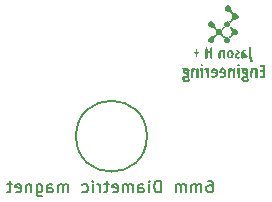
<source format=gbr>
%TF.GenerationSoftware,KiCad,Pcbnew,(6.0.7)*%
%TF.CreationDate,2025-07-27T15:57:52+08:00*%
%TF.ProjectId,Rotary_Encoder_AS5048A_V8,526f7461-7279-45f4-956e-636f6465725f,rev?*%
%TF.SameCoordinates,PXbebc200PY5f5e100*%
%TF.FileFunction,Legend,Bot*%
%TF.FilePolarity,Positive*%
%FSLAX46Y46*%
G04 Gerber Fmt 4.6, Leading zero omitted, Abs format (unit mm)*
G04 Created by KiCad (PCBNEW (6.0.7)) date 2025-07-27 15:57:52*
%MOMM*%
%LPD*%
G01*
G04 APERTURE LIST*
%ADD10C,0.150000*%
G04 APERTURE END LIST*
D10*
X3000000Y0D02*
G75*
G03*
X3000000Y0I-3000000J0D01*
G01*
X8140476Y-3752380D02*
X8330952Y-3752380D01*
X8426190Y-3800000D01*
X8473809Y-3847619D01*
X8569047Y-3990476D01*
X8616666Y-4180952D01*
X8616666Y-4561904D01*
X8569047Y-4657142D01*
X8521428Y-4704761D01*
X8426190Y-4752380D01*
X8235714Y-4752380D01*
X8140476Y-4704761D01*
X8092857Y-4657142D01*
X8045238Y-4561904D01*
X8045238Y-4323809D01*
X8092857Y-4228571D01*
X8140476Y-4180952D01*
X8235714Y-4133333D01*
X8426190Y-4133333D01*
X8521428Y-4180952D01*
X8569047Y-4228571D01*
X8616666Y-4323809D01*
X7616666Y-4752380D02*
X7616666Y-4085714D01*
X7616666Y-4180952D02*
X7569047Y-4133333D01*
X7473809Y-4085714D01*
X7330952Y-4085714D01*
X7235714Y-4133333D01*
X7188095Y-4228571D01*
X7188095Y-4752380D01*
X7188095Y-4228571D02*
X7140476Y-4133333D01*
X7045238Y-4085714D01*
X6902380Y-4085714D01*
X6807142Y-4133333D01*
X6759523Y-4228571D01*
X6759523Y-4752380D01*
X6283333Y-4752380D02*
X6283333Y-4085714D01*
X6283333Y-4180952D02*
X6235714Y-4133333D01*
X6140476Y-4085714D01*
X5997619Y-4085714D01*
X5902380Y-4133333D01*
X5854761Y-4228571D01*
X5854761Y-4752380D01*
X5854761Y-4228571D02*
X5807142Y-4133333D01*
X5711904Y-4085714D01*
X5569047Y-4085714D01*
X5473809Y-4133333D01*
X5426190Y-4228571D01*
X5426190Y-4752380D01*
X4188095Y-4752380D02*
X4188095Y-3752380D01*
X3950000Y-3752380D01*
X3807142Y-3800000D01*
X3711904Y-3895238D01*
X3664285Y-3990476D01*
X3616666Y-4180952D01*
X3616666Y-4323809D01*
X3664285Y-4514285D01*
X3711904Y-4609523D01*
X3807142Y-4704761D01*
X3950000Y-4752380D01*
X4188095Y-4752380D01*
X3188095Y-4752380D02*
X3188095Y-4085714D01*
X3188095Y-3752380D02*
X3235714Y-3800000D01*
X3188095Y-3847619D01*
X3140476Y-3800000D01*
X3188095Y-3752380D01*
X3188095Y-3847619D01*
X2283333Y-4752380D02*
X2283333Y-4228571D01*
X2330952Y-4133333D01*
X2426190Y-4085714D01*
X2616666Y-4085714D01*
X2711904Y-4133333D01*
X2283333Y-4704761D02*
X2378571Y-4752380D01*
X2616666Y-4752380D01*
X2711904Y-4704761D01*
X2759523Y-4609523D01*
X2759523Y-4514285D01*
X2711904Y-4419047D01*
X2616666Y-4371428D01*
X2378571Y-4371428D01*
X2283333Y-4323809D01*
X1807142Y-4752380D02*
X1807142Y-4085714D01*
X1807142Y-4180952D02*
X1759523Y-4133333D01*
X1664285Y-4085714D01*
X1521428Y-4085714D01*
X1426190Y-4133333D01*
X1378571Y-4228571D01*
X1378571Y-4752380D01*
X1378571Y-4228571D02*
X1330952Y-4133333D01*
X1235714Y-4085714D01*
X1092857Y-4085714D01*
X997619Y-4133333D01*
X950000Y-4228571D01*
X950000Y-4752380D01*
X92857Y-4704761D02*
X188095Y-4752380D01*
X378571Y-4752380D01*
X473809Y-4704761D01*
X521428Y-4609523D01*
X521428Y-4228571D01*
X473809Y-4133333D01*
X378571Y-4085714D01*
X188095Y-4085714D01*
X92857Y-4133333D01*
X45238Y-4228571D01*
X45238Y-4323809D01*
X521428Y-4419047D01*
X-240477Y-4085714D02*
X-621429Y-4085714D01*
X-383334Y-3752380D02*
X-383334Y-4609523D01*
X-430953Y-4704761D01*
X-526191Y-4752380D01*
X-621429Y-4752380D01*
X-954762Y-4752380D02*
X-954762Y-4085714D01*
X-954762Y-4276190D02*
X-1002381Y-4180952D01*
X-1050000Y-4133333D01*
X-1145239Y-4085714D01*
X-1240477Y-4085714D01*
X-1573810Y-4752380D02*
X-1573810Y-4085714D01*
X-1573810Y-3752380D02*
X-1526191Y-3800000D01*
X-1573810Y-3847619D01*
X-1621429Y-3800000D01*
X-1573810Y-3752380D01*
X-1573810Y-3847619D01*
X-2478572Y-4704761D02*
X-2383334Y-4752380D01*
X-2192858Y-4752380D01*
X-2097620Y-4704761D01*
X-2050000Y-4657142D01*
X-2002381Y-4561904D01*
X-2002381Y-4276190D01*
X-2050000Y-4180952D01*
X-2097620Y-4133333D01*
X-2192858Y-4085714D01*
X-2383334Y-4085714D01*
X-2478572Y-4133333D01*
X-3669048Y-4752380D02*
X-3669048Y-4085714D01*
X-3669048Y-4180952D02*
X-3716667Y-4133333D01*
X-3811905Y-4085714D01*
X-3954762Y-4085714D01*
X-4050000Y-4133333D01*
X-4097620Y-4228571D01*
X-4097620Y-4752380D01*
X-4097620Y-4228571D02*
X-4145239Y-4133333D01*
X-4240477Y-4085714D01*
X-4383334Y-4085714D01*
X-4478572Y-4133333D01*
X-4526191Y-4228571D01*
X-4526191Y-4752380D01*
X-5430953Y-4752380D02*
X-5430953Y-4228571D01*
X-5383334Y-4133333D01*
X-5288096Y-4085714D01*
X-5097620Y-4085714D01*
X-5002381Y-4133333D01*
X-5430953Y-4704761D02*
X-5335715Y-4752380D01*
X-5097620Y-4752380D01*
X-5002381Y-4704761D01*
X-4954762Y-4609523D01*
X-4954762Y-4514285D01*
X-5002381Y-4419047D01*
X-5097620Y-4371428D01*
X-5335715Y-4371428D01*
X-5430953Y-4323809D01*
X-6335715Y-4085714D02*
X-6335715Y-4895238D01*
X-6288096Y-4990476D01*
X-6240477Y-5038095D01*
X-6145239Y-5085714D01*
X-6002381Y-5085714D01*
X-5907143Y-5038095D01*
X-6335715Y-4704761D02*
X-6240477Y-4752380D01*
X-6050000Y-4752380D01*
X-5954762Y-4704761D01*
X-5907143Y-4657142D01*
X-5859524Y-4561904D01*
X-5859524Y-4276190D01*
X-5907143Y-4180952D01*
X-5954762Y-4133333D01*
X-6050000Y-4085714D01*
X-6240477Y-4085714D01*
X-6335715Y-4133333D01*
X-6811905Y-4085714D02*
X-6811905Y-4752380D01*
X-6811905Y-4180952D02*
X-6859524Y-4133333D01*
X-6954762Y-4085714D01*
X-7097620Y-4085714D01*
X-7192858Y-4133333D01*
X-7240477Y-4228571D01*
X-7240477Y-4752380D01*
X-8097620Y-4704761D02*
X-8002381Y-4752380D01*
X-7811905Y-4752380D01*
X-7716667Y-4704761D01*
X-7669048Y-4609523D01*
X-7669048Y-4228571D01*
X-7716667Y-4133333D01*
X-7811905Y-4085714D01*
X-8002381Y-4085714D01*
X-8097620Y-4133333D01*
X-8145239Y-4228571D01*
X-8145239Y-4323809D01*
X-7669048Y-4419047D01*
X-8430953Y-4085714D02*
X-8811905Y-4085714D01*
X-8573810Y-3752380D02*
X-8573810Y-4609523D01*
X-8621429Y-4704761D01*
X-8716667Y-4752380D01*
X-8811905Y-4752380D01*
%TO.C,G\u002A\u002A\u002A*%
G36*
X9884708Y9720517D02*
G01*
X9980000Y9660000D01*
X10032180Y9583467D01*
X10060000Y9480000D01*
X10040517Y9395293D01*
X9980000Y9300000D01*
X9903467Y9247821D01*
X9800000Y9220000D01*
X9715293Y9239484D01*
X9620000Y9300000D01*
X9567821Y9376534D01*
X9540000Y9480000D01*
X9559484Y9564708D01*
X9620000Y9660000D01*
X9696534Y9712180D01*
X9800000Y9740000D01*
X9884708Y9720517D01*
G37*
G36*
X12107456Y5754741D02*
G01*
X12113742Y5749231D01*
X12178083Y5708210D01*
X12209178Y5730000D01*
X12231252Y5757303D01*
X12303334Y5780000D01*
X12337519Y5774159D01*
X12360351Y5746432D01*
X12373155Y5682290D01*
X12378761Y5567209D01*
X12380000Y5386667D01*
X12379002Y5279193D01*
X12373643Y5126114D01*
X12364692Y5015721D01*
X12353334Y4966667D01*
X12329391Y4953060D01*
X12253334Y4940000D01*
X12249802Y4940038D01*
X12213069Y4950840D01*
X12191944Y4992184D01*
X12182298Y5080534D01*
X12180000Y5232355D01*
X12179281Y5291335D01*
X12163337Y5479284D01*
X12127743Y5599805D01*
X12074180Y5649155D01*
X12004329Y5623593D01*
X11987388Y5605832D01*
X11959175Y5540401D01*
X11944322Y5428008D01*
X11940000Y5252321D01*
X11939506Y5132503D01*
X11934887Y5022068D01*
X11921509Y4964812D01*
X11894753Y4945081D01*
X11850000Y4947218D01*
X11802751Y4960839D01*
X11773030Y4998536D01*
X11756895Y5078662D01*
X11747274Y5220000D01*
X11746386Y5407956D01*
X11773785Y5608066D01*
X11833072Y5741468D01*
X11923102Y5804353D01*
X11998398Y5809397D01*
X12107456Y5754741D01*
G37*
G36*
X10117097Y9262312D02*
G01*
X10136572Y9232589D01*
X10251913Y9134386D01*
X10411819Y9101273D01*
X10493306Y9087668D01*
X10613940Y9024249D01*
X10704381Y8927991D01*
X10740000Y8820000D01*
X10725226Y8749827D01*
X10651103Y8646256D01*
X10535451Y8569814D01*
X10401819Y8540000D01*
X10339504Y8533212D01*
X10223981Y8489154D01*
X10135379Y8418940D01*
X10100000Y8340000D01*
X10087632Y8306117D01*
X10038290Y8312269D01*
X9964346Y8375199D01*
X9928996Y8417044D01*
X9925874Y8451644D01*
X9991289Y8474240D01*
X10031151Y8490095D01*
X10112233Y8572625D01*
X10160954Y8697055D01*
X10176502Y8840762D01*
X10158064Y8981118D01*
X10104826Y9095498D01*
X10015976Y9161278D01*
X9980719Y9174111D01*
X9966747Y9200248D01*
X10012047Y9254358D01*
X10040333Y9282172D01*
X10082444Y9301892D01*
X10117097Y9262312D01*
G37*
G36*
X10811058Y6109606D02*
G01*
X10853139Y6052974D01*
X10853320Y5978496D01*
X10810000Y5928130D01*
X10773688Y5926654D01*
X10703437Y5962789D01*
X10668291Y6014695D01*
X10696361Y6075615D01*
X10733013Y6104757D01*
X10802925Y6113343D01*
X10811058Y6109606D01*
G37*
G36*
X9236387Y9070566D02*
G01*
X9327037Y8968531D01*
X9383792Y8800880D01*
X9399544Y8728492D01*
X9460012Y8576535D01*
X9554740Y8483723D01*
X9695492Y8436293D01*
X9732966Y8429128D01*
X9896289Y8374317D01*
X9990038Y8290254D01*
X10020000Y8172228D01*
X10001795Y8065597D01*
X9953801Y7973150D01*
X9886743Y7926519D01*
X9780000Y7900000D01*
X9690237Y7917356D01*
X9593434Y7990479D01*
X9540302Y8100387D01*
X9539878Y8224772D01*
X9601200Y8341326D01*
X9639301Y8396717D01*
X9624945Y8420000D01*
X9600223Y8413076D01*
X9554466Y8360000D01*
X9524374Y8314040D01*
X9480920Y8305620D01*
X9460000Y8357732D01*
X9437895Y8411309D01*
X9371630Y8477362D01*
X9353551Y8490535D01*
X9310153Y8541217D01*
X9331630Y8587630D01*
X9354954Y8614946D01*
X9380000Y8668000D01*
X9356546Y8667128D01*
X9300000Y8620000D01*
X9223467Y8567821D01*
X9120000Y8540000D01*
X9067648Y8546225D01*
X8961508Y8604240D01*
X8888820Y8704923D01*
X8857328Y8825748D01*
X8874774Y8944193D01*
X8948901Y9037732D01*
X8984916Y9060627D01*
X9119721Y9102695D01*
X9236387Y9070566D01*
G37*
G36*
X7242112Y7355269D02*
G01*
X7260000Y7260000D01*
X7260826Y7229024D01*
X7281443Y7158858D01*
X7340000Y7140000D01*
X7386653Y7128864D01*
X7420000Y7080000D01*
X7405152Y7045011D01*
X7340000Y7020000D01*
X7303885Y7015424D01*
X7268949Y6976491D01*
X7260000Y6880000D01*
X7259892Y6867250D01*
X7244378Y6770359D01*
X7200000Y6740000D01*
X7194536Y6740254D01*
X7153011Y6776454D01*
X7140000Y6880000D01*
X7137385Y6943203D01*
X7115138Y7004340D01*
X7060000Y7020000D01*
X7013348Y7031137D01*
X6980000Y7080000D01*
X6994849Y7114990D01*
X7060000Y7140000D01*
X7080652Y7141238D01*
X7127429Y7172164D01*
X7140000Y7260000D01*
X7152366Y7344223D01*
X7200000Y7380000D01*
X7242112Y7355269D01*
G37*
G36*
X9000000Y5380000D02*
G01*
X8998083Y5270041D01*
X8984753Y5168507D01*
X8950950Y5099755D01*
X8887770Y5036537D01*
X8807684Y4983281D01*
X8686881Y4944264D01*
X8574751Y4945461D01*
X8492167Y4985568D01*
X8460000Y5063280D01*
X8462938Y5094019D01*
X8494875Y5122463D01*
X8579901Y5114020D01*
X8697443Y5114341D01*
X8786579Y5167366D01*
X8820000Y5264898D01*
X8819522Y5277316D01*
X8800770Y5316941D01*
X8740655Y5335436D01*
X8620000Y5340000D01*
X8420000Y5340000D01*
X8420000Y5481819D01*
X8428850Y5541256D01*
X8620000Y5541256D01*
X8641807Y5478538D01*
X8720000Y5460000D01*
X8784099Y5471452D01*
X8817862Y5524312D01*
X8783425Y5615829D01*
X8768656Y5633660D01*
X8706180Y5651659D01*
X8646573Y5616269D01*
X8620000Y5541256D01*
X8428850Y5541256D01*
X8432882Y5568333D01*
X8494086Y5692247D01*
X8588264Y5784087D01*
X8695952Y5820000D01*
X8704781Y5819484D01*
X8791771Y5788233D01*
X8887770Y5723464D01*
X8936998Y5676900D01*
X8977935Y5612361D01*
X8995600Y5524312D01*
X8995968Y5522476D01*
X9000000Y5380000D01*
G37*
G36*
X10739400Y7318097D02*
G01*
X10828765Y7253115D01*
X10861870Y7154824D01*
X10832895Y7039342D01*
X10736016Y6922786D01*
X10657580Y6836396D01*
X10633598Y6760216D01*
X10668445Y6713340D01*
X10760498Y6709886D01*
X10775208Y6712468D01*
X10842108Y6707540D01*
X10860000Y6654454D01*
X10853903Y6618888D01*
X10810437Y6588091D01*
X10708000Y6580000D01*
X10680016Y6580471D01*
X10550510Y6605499D01*
X10480809Y6675601D01*
X10460000Y6800478D01*
X10460368Y6817202D01*
X10490792Y6923649D01*
X10582355Y7015416D01*
X10631605Y7056378D01*
X10683048Y7130345D01*
X10664588Y7181272D01*
X10576492Y7200757D01*
X10513898Y7212677D01*
X10480029Y7254231D01*
X10505459Y7302411D01*
X10588022Y7332467D01*
X10599599Y7333651D01*
X10739400Y7318097D01*
G37*
G36*
X7107456Y5754741D02*
G01*
X7113742Y5749231D01*
X7178083Y5708210D01*
X7209178Y5730000D01*
X7231252Y5757303D01*
X7303334Y5780000D01*
X7309597Y5779901D01*
X7341796Y5771426D01*
X7362365Y5739278D01*
X7373876Y5669376D01*
X7378898Y5547643D01*
X7380000Y5360000D01*
X7380000Y4940000D01*
X7280000Y4940000D01*
X7247920Y4940848D01*
X7209449Y4953463D01*
X7189197Y4994875D01*
X7181327Y5082150D01*
X7180000Y5232355D01*
X7179281Y5291335D01*
X7163337Y5479284D01*
X7127743Y5599805D01*
X7074180Y5649155D01*
X7004329Y5623593D01*
X6987388Y5605832D01*
X6959175Y5540401D01*
X6944322Y5428008D01*
X6940000Y5252321D01*
X6939506Y5132503D01*
X6934887Y5022068D01*
X6921509Y4964812D01*
X6894753Y4945081D01*
X6850000Y4947218D01*
X6802751Y4960839D01*
X6773030Y4998536D01*
X6756895Y5078662D01*
X6747274Y5220000D01*
X6746386Y5407956D01*
X6773785Y5608066D01*
X6833072Y5741468D01*
X6923102Y5804353D01*
X6998398Y5809397D01*
X7107456Y5754741D01*
G37*
G36*
X8487129Y7577458D02*
G01*
X8511708Y7559984D01*
X8527205Y7514497D01*
X8535700Y7428002D01*
X8539272Y7287501D01*
X8540000Y7080000D01*
X8539594Y6910445D01*
X8536798Y6756830D01*
X8529520Y6659973D01*
X8515681Y6606880D01*
X8493201Y6584554D01*
X8460000Y6580000D01*
X8431934Y6582347D01*
X8398486Y6606631D01*
X8383473Y6672863D01*
X8380000Y6800000D01*
X8380000Y6803365D01*
X8377862Y6927679D01*
X8364309Y6992096D01*
X8328603Y7016306D01*
X8260000Y7020000D01*
X8258165Y7020000D01*
X8190357Y7016080D01*
X8155221Y6991234D01*
X8142016Y6925771D01*
X8140000Y6800000D01*
X8138325Y6688735D01*
X8126913Y6615266D01*
X8096733Y6585552D01*
X8038769Y6580000D01*
X7937538Y6580000D01*
X7948769Y7070000D01*
X7952440Y7216226D01*
X7958726Y7374919D01*
X7968185Y7475542D01*
X7983258Y7531197D01*
X8006384Y7554983D01*
X8040000Y7560000D01*
X8046682Y7559889D01*
X8093943Y7543896D01*
X8119278Y7487129D01*
X8132192Y7370000D01*
X8137977Y7293970D01*
X8154126Y7216593D01*
X8190720Y7185634D01*
X8262192Y7180000D01*
X8319422Y7182228D01*
X8361177Y7202543D01*
X8377320Y7261591D01*
X8380000Y7380000D01*
X8380343Y7426260D01*
X8388085Y7524776D01*
X8412016Y7569471D01*
X8460000Y7580000D01*
X8487129Y7577458D01*
G37*
G36*
X11750000Y7572783D02*
G01*
X11760350Y7571208D01*
X11793294Y7560851D01*
X11816059Y7534212D01*
X11830936Y7478549D01*
X11840213Y7381120D01*
X11846181Y7229184D01*
X11851129Y7010000D01*
X11851256Y7003730D01*
X11856390Y6786043D01*
X11862762Y6635677D01*
X11872398Y6540261D01*
X11887322Y6487424D01*
X11909557Y6464795D01*
X11941129Y6460000D01*
X11991568Y6447006D01*
X12020000Y6380000D01*
X12002974Y6323051D01*
X11930000Y6300613D01*
X11916697Y6300864D01*
X11823971Y6316713D01*
X11755796Y6363977D01*
X11708741Y6452305D01*
X11679376Y6591344D01*
X11664273Y6790744D01*
X11660000Y7060153D01*
X11660008Y7117422D01*
X11660758Y7313443D01*
X11664298Y7444839D01*
X11672810Y7524041D01*
X11688476Y7563479D01*
X11713479Y7575582D01*
X11750000Y7572783D01*
G37*
G36*
X11580000Y4660000D02*
G01*
X11512580Y4612996D01*
X11375880Y4580783D01*
X11228563Y4597944D01*
X11098198Y4659585D01*
X11012354Y4760809D01*
X10990687Y4827896D01*
X10992673Y4850000D01*
X11187218Y4850000D01*
X11191514Y4828255D01*
X11232838Y4771377D01*
X11330000Y4747466D01*
X11406417Y4744380D01*
X11450641Y4767878D01*
X11460000Y4837466D01*
X11452706Y4900695D01*
X11412978Y4932990D01*
X11317218Y4940000D01*
X11231239Y4935373D01*
X11188893Y4910201D01*
X11187218Y4850000D01*
X10992673Y4850000D01*
X11003600Y4971612D01*
X11038949Y5039749D01*
X11103092Y5078994D01*
X11220754Y5100000D01*
X11259444Y5105674D01*
X11359342Y5138654D01*
X11403801Y5182841D01*
X11386220Y5225438D01*
X11300000Y5253648D01*
X11190408Y5288249D01*
X11094042Y5382713D01*
X11060000Y5523839D01*
X11059949Y5530585D01*
X11058114Y5544804D01*
X11249337Y5544804D01*
X11250635Y5451492D01*
X11264382Y5419598D01*
X11324186Y5380474D01*
X11393334Y5406667D01*
X11396865Y5410533D01*
X11419915Y5487276D01*
X11405883Y5584740D01*
X11360401Y5659669D01*
X11342718Y5673143D01*
X11300311Y5678818D01*
X11266370Y5616058D01*
X11249337Y5544804D01*
X11058114Y5544804D01*
X11047565Y5626553D01*
X11020000Y5680000D01*
X10999786Y5694307D01*
X10984259Y5735471D01*
X11046868Y5768375D01*
X11188383Y5793537D01*
X11318394Y5798162D01*
X11471173Y5761845D01*
X11565853Y5678502D01*
X11597015Y5553970D01*
X11581258Y5487276D01*
X11559241Y5394085D01*
X11535615Y5313461D01*
X11547259Y5209470D01*
X11560691Y5169614D01*
X11547084Y5074078D01*
X11535156Y5014686D01*
X11585393Y4934608D01*
X11641950Y4859515D01*
X11643779Y4837466D01*
X11649989Y4762577D01*
X11580000Y4660000D01*
G37*
G36*
X8889815Y8622107D02*
G01*
X8895122Y8612955D01*
X8898493Y8550153D01*
X8837259Y8474346D01*
X8827400Y8464451D01*
X8760030Y8360006D01*
X8717686Y8234346D01*
X8714488Y8218319D01*
X8670389Y8090734D01*
X8608086Y7990000D01*
X8517665Y7925033D01*
X8400194Y7909051D01*
X8291312Y7951611D01*
X8211190Y8043899D01*
X8180000Y8177097D01*
X8188492Y8235319D01*
X8254852Y8347530D01*
X8368834Y8428730D01*
X8508472Y8460000D01*
X8607667Y8481324D01*
X8738261Y8572107D01*
X8811570Y8638898D01*
X8856460Y8654488D01*
X8889815Y8622107D01*
G37*
G36*
X9892509Y11071597D02*
G01*
X10021893Y11021942D01*
X10108446Y10913874D01*
X10140000Y10760963D01*
X10140888Y10734066D01*
X10187261Y10578842D01*
X10296334Y10465173D01*
X10457408Y10405055D01*
X10516837Y10391325D01*
X10648938Y10328375D01*
X10743710Y10238044D01*
X10780000Y10137852D01*
X10771657Y10086419D01*
X10709587Y9978752D01*
X10609795Y9894219D01*
X10499701Y9860000D01*
X10366950Y9845787D01*
X10222281Y9784789D01*
X10134108Y9683042D01*
X10089199Y9584477D01*
X10017943Y9672239D01*
X9975957Y9727532D01*
X9971197Y9762884D01*
X10019064Y9787128D01*
X10120343Y9861186D01*
X10193149Y9993364D01*
X10220000Y10160000D01*
X10218166Y10213365D01*
X10178626Y10371336D01*
X10083984Y10473687D01*
X9929569Y10526308D01*
X9846567Y10547154D01*
X9712057Y10615989D01*
X9616410Y10710439D01*
X9580000Y10813751D01*
X9581292Y10836710D01*
X9629349Y10953915D01*
X9729939Y11039916D01*
X9860000Y11073334D01*
X9892509Y11071597D01*
G37*
G36*
X9723882Y5276449D02*
G01*
X9680941Y5132447D01*
X9591117Y5020159D01*
X9528982Y4980874D01*
X9409068Y4943533D01*
X9296371Y4946347D01*
X9212734Y4987027D01*
X9180000Y5063280D01*
X9183999Y5097896D01*
X9218216Y5122712D01*
X9306003Y5112800D01*
X9324768Y5109331D01*
X9422132Y5110491D01*
X9486003Y5161445D01*
X9528879Y5230601D01*
X9535065Y5295705D01*
X9473874Y5330008D01*
X9340000Y5340000D01*
X9140000Y5340000D01*
X9140000Y5481819D01*
X9149311Y5541256D01*
X9340000Y5541256D01*
X9361807Y5478538D01*
X9440000Y5460000D01*
X9504099Y5471452D01*
X9537862Y5524312D01*
X9503425Y5615829D01*
X9488656Y5633660D01*
X9426180Y5651659D01*
X9366573Y5616269D01*
X9340000Y5541256D01*
X9149311Y5541256D01*
X9154012Y5571267D01*
X9214898Y5693240D01*
X9306442Y5784257D01*
X9409282Y5820000D01*
X9511697Y5796163D01*
X9613846Y5712020D01*
X9686089Y5584906D01*
X9701334Y5524312D01*
X9724183Y5433492D01*
X9723882Y5276449D01*
G37*
G36*
X10860000Y5357218D02*
G01*
X10859880Y5247728D01*
X10857823Y5097404D01*
X10850827Y5005952D01*
X10835872Y4959610D01*
X10809936Y4944618D01*
X10770000Y4947218D01*
X10757259Y4949233D01*
X10720787Y4962517D01*
X10697247Y4996384D01*
X10683077Y5065686D01*
X10674716Y5185274D01*
X10668601Y5370000D01*
X10657202Y5780000D01*
X10860000Y5780000D01*
X10860000Y5357218D01*
G37*
G36*
X7740000Y5357218D02*
G01*
X7739880Y5247728D01*
X7737823Y5097404D01*
X7730827Y5005952D01*
X7715872Y4959610D01*
X7689936Y4944618D01*
X7650000Y4947218D01*
X7637259Y4949233D01*
X7600787Y4962517D01*
X7577247Y4996384D01*
X7563077Y5065686D01*
X7554716Y5185274D01*
X7548601Y5370000D01*
X7537202Y5780000D01*
X7740000Y5780000D01*
X7740000Y5357218D01*
G37*
G36*
X9593118Y9256986D02*
G01*
X9632976Y9216746D01*
X9639475Y9184516D01*
X9580680Y9160216D01*
X9516255Y9120870D01*
X9451215Y9036693D01*
X9423770Y8981352D01*
X9395378Y8966585D01*
X9354051Y9016357D01*
X9326613Y9072816D01*
X9342540Y9128344D01*
X9410398Y9209496D01*
X9437166Y9237820D01*
X9499044Y9293173D01*
X9542312Y9297296D01*
X9593118Y9256986D01*
G37*
G36*
X13020000Y4940000D02*
G01*
X12780000Y4940000D01*
X12771588Y4940003D01*
X12642091Y4942407D01*
X12572851Y4954657D01*
X12545082Y4984579D01*
X12540000Y5040000D01*
X12546566Y5098908D01*
X12585324Y5132529D01*
X12680000Y5140000D01*
X12721311Y5140358D01*
X12789593Y5152032D01*
X12815762Y5197558D01*
X12820000Y5300000D01*
X12819687Y5347213D01*
X12809473Y5425249D01*
X12769638Y5455157D01*
X12680000Y5460000D01*
X12616798Y5462616D01*
X12555661Y5484863D01*
X12540000Y5540000D01*
X12544577Y5576116D01*
X12583510Y5611052D01*
X12680000Y5620000D01*
X12690657Y5620018D01*
X12778873Y5627687D01*
X12813808Y5666168D01*
X12820000Y5760000D01*
X12819983Y5770657D01*
X12812314Y5858873D01*
X12773833Y5893808D01*
X12680000Y5900000D01*
X12616798Y5902616D01*
X12555661Y5924863D01*
X12540000Y5980000D01*
X12544413Y6015434D01*
X12573525Y6044259D01*
X12645956Y6057081D01*
X12780000Y6060000D01*
X13020000Y6060000D01*
X13020000Y4940000D01*
G37*
G36*
X8518301Y9725386D02*
G01*
X8629207Y9663260D01*
X8709237Y9555903D01*
X8740000Y9412788D01*
X8760813Y9315588D01*
X8841852Y9194512D01*
X8883266Y9150019D01*
X8916871Y9087507D01*
X8896711Y9036037D01*
X8869070Y9010746D01*
X8825220Y9015924D01*
X8757616Y9078794D01*
X8653853Y9154019D01*
X8496672Y9205172D01*
X8370228Y9240712D01*
X8248984Y9320699D01*
X8185569Y9426139D01*
X8186927Y9543688D01*
X8260000Y9660000D01*
X8277419Y9676064D01*
X8394908Y9732811D01*
X8518301Y9725386D01*
G37*
G36*
X10227456Y5754741D02*
G01*
X10233742Y5749231D01*
X10298083Y5708210D01*
X10329178Y5730000D01*
X10351252Y5757303D01*
X10423334Y5780000D01*
X10429597Y5779901D01*
X10461796Y5771426D01*
X10482365Y5739278D01*
X10493876Y5669376D01*
X10498898Y5547643D01*
X10500000Y5360000D01*
X10500000Y4940000D01*
X10400000Y4940000D01*
X10367920Y4940848D01*
X10329449Y4953463D01*
X10309197Y4994875D01*
X10301327Y5082150D01*
X10300000Y5232355D01*
X10299281Y5291335D01*
X10283337Y5479284D01*
X10247743Y5599805D01*
X10194180Y5649155D01*
X10124329Y5623593D01*
X10107388Y5605832D01*
X10079175Y5540401D01*
X10064322Y5428008D01*
X10060000Y5252321D01*
X10059506Y5132503D01*
X10054887Y5022068D01*
X10041509Y4964812D01*
X10014753Y4945081D01*
X9970000Y4947218D01*
X9922751Y4960839D01*
X9893030Y4998536D01*
X9876895Y5078662D01*
X9867274Y5220000D01*
X9866386Y5407956D01*
X9893785Y5608066D01*
X9953072Y5741468D01*
X10043102Y5804353D01*
X10118398Y5809397D01*
X10227456Y5754741D01*
G37*
G36*
X10257097Y6685395D02*
G01*
X10230441Y6655865D01*
X10111583Y6588821D01*
X9979831Y6589671D01*
X9860000Y6660000D01*
X9825817Y6702615D01*
X9790290Y6801361D01*
X9780471Y6945541D01*
X9945965Y6945541D01*
X9955668Y6830602D01*
X9982454Y6757044D01*
X10012409Y6727350D01*
X10065888Y6700000D01*
X10066243Y6700003D01*
X10111073Y6735981D01*
X10146544Y6824682D01*
X10165398Y6939060D01*
X10160376Y7052068D01*
X10146932Y7109727D01*
X10111699Y7166066D01*
X10047722Y7172484D01*
X9995227Y7154271D01*
X9962823Y7099476D01*
X9947556Y6987044D01*
X9945965Y6945541D01*
X9780471Y6945541D01*
X9780000Y6952458D01*
X9785054Y7046259D01*
X9830799Y7207712D01*
X9922624Y7306494D01*
X10058655Y7340000D01*
X10150672Y7319872D01*
X10249553Y7239992D01*
X10315506Y7117242D01*
X10342660Y6970984D01*
X10338943Y6939060D01*
X10325147Y6820581D01*
X10257097Y6685395D01*
G37*
G36*
X6580000Y4660000D02*
G01*
X6572532Y4652856D01*
X6454445Y4591641D01*
X6313748Y4584072D01*
X6174908Y4623522D01*
X6062393Y4703360D01*
X6000668Y4816959D01*
X5995111Y4850000D01*
X6187218Y4850000D01*
X6191514Y4828255D01*
X6232838Y4771377D01*
X6330000Y4747466D01*
X6406417Y4744380D01*
X6450641Y4767878D01*
X6460000Y4837466D01*
X6452706Y4900695D01*
X6412978Y4932990D01*
X6317218Y4940000D01*
X6231239Y4935373D01*
X6188893Y4910201D01*
X6187218Y4850000D01*
X5995111Y4850000D01*
X5992074Y4868054D01*
X6006729Y4994248D01*
X6085443Y5073303D01*
X6230182Y5107709D01*
X6262334Y5111078D01*
X6360571Y5139876D01*
X6404069Y5182590D01*
X6386116Y5225191D01*
X6300000Y5253648D01*
X6190408Y5288249D01*
X6094042Y5382713D01*
X6062534Y5513334D01*
X6260000Y5513334D01*
X6260002Y5512158D01*
X6279309Y5414004D01*
X6327980Y5375458D01*
X6393334Y5406667D01*
X6396719Y5410382D01*
X6419530Y5485935D01*
X6407765Y5582378D01*
X6366320Y5654756D01*
X6306520Y5680397D01*
X6271357Y5634208D01*
X6260000Y5513334D01*
X6062534Y5513334D01*
X6060000Y5523839D01*
X6059949Y5530585D01*
X6047565Y5626553D01*
X6020000Y5680000D01*
X5999786Y5694307D01*
X5984259Y5735471D01*
X6046868Y5768375D01*
X6188383Y5793537D01*
X6346859Y5794034D01*
X6491596Y5747589D01*
X6582081Y5658230D01*
X6610359Y5534508D01*
X6596755Y5485935D01*
X6568477Y5384973D01*
X6536237Y5288895D01*
X6556697Y5208002D01*
X6577858Y5155853D01*
X6553788Y5067213D01*
X6549324Y5059890D01*
X6532562Y4996912D01*
X6584080Y4946736D01*
X6648767Y4868754D01*
X6648533Y4837466D01*
X6648000Y4766218D01*
X6580000Y4660000D01*
G37*
G36*
X9600310Y7282855D02*
G01*
X9615556Y7157955D01*
X9620000Y6960000D01*
X9618933Y6790529D01*
X9613525Y6676163D01*
X9600650Y6612846D01*
X9577183Y6585739D01*
X9540000Y6580000D01*
X9505652Y6584039D01*
X9476144Y6612367D01*
X9463000Y6683797D01*
X9460000Y6816729D01*
X9460000Y6819711D01*
X9454327Y6996582D01*
X9434649Y7107035D01*
X9396577Y7163897D01*
X9335721Y7180000D01*
X9326353Y7179752D01*
X9291110Y7167301D01*
X9271066Y7124134D01*
X9262076Y7033837D01*
X9260000Y6880000D01*
X9259633Y6774630D01*
X9255064Y6664203D01*
X9240680Y6606190D01*
X9210865Y6583739D01*
X9160000Y6580000D01*
X9128441Y6580810D01*
X9089685Y6593247D01*
X9069277Y6634373D01*
X9061340Y6721290D01*
X9060000Y6871100D01*
X9062084Y6974300D01*
X9081491Y7146104D01*
X9122269Y7251100D01*
X9152883Y7284387D01*
X9242704Y7331031D01*
X9336701Y7336843D01*
X9402155Y7296515D01*
X9424232Y7274662D01*
X9472515Y7296515D01*
X9525925Y7339695D01*
X9571390Y7341252D01*
X9600310Y7282855D01*
G37*
G36*
X7691058Y6109606D02*
G01*
X7733139Y6052974D01*
X7733320Y5978496D01*
X7690000Y5928130D01*
X7653688Y5926654D01*
X7583437Y5962789D01*
X7548291Y6014695D01*
X7576361Y6075615D01*
X7613013Y6104757D01*
X7682925Y6113343D01*
X7691058Y6109606D01*
G37*
G36*
X11498593Y6657371D02*
G01*
X11448069Y6604224D01*
X11344009Y6582375D01*
X11217371Y6621408D01*
X11164486Y6642384D01*
X11140000Y6621408D01*
X11124990Y6597334D01*
X11060000Y6580000D01*
X11058071Y6580007D01*
X11016205Y6588460D01*
X10992745Y6624683D01*
X10982579Y6706066D01*
X10980813Y6833852D01*
X11187005Y6833852D01*
X11209770Y6756712D01*
X11272996Y6706833D01*
X11297743Y6703962D01*
X11332675Y6726130D01*
X11332996Y6806149D01*
X11310231Y6883289D01*
X11247005Y6933168D01*
X11222258Y6936039D01*
X11187326Y6913871D01*
X11187005Y6833852D01*
X10980813Y6833852D01*
X10980590Y6850000D01*
X10989819Y7032627D01*
X11028749Y7199716D01*
X11101881Y7300325D01*
X11213255Y7339388D01*
X11366911Y7321840D01*
X11422064Y7299530D01*
X11448342Y7256049D01*
X11410711Y7216966D01*
X11316500Y7200000D01*
X11227017Y7175832D01*
X11192702Y7121035D01*
X11216184Y7062309D01*
X11300000Y7026353D01*
X11403648Y6996231D01*
X11501703Y6912715D01*
X11532729Y6806149D01*
X11536046Y6794756D01*
X11498593Y6657371D01*
G37*
G36*
X8026851Y5753801D02*
G01*
X8076895Y5719501D01*
X8100000Y5733801D01*
X8115046Y5760689D01*
X8180000Y5780000D01*
X8190764Y5779756D01*
X8222803Y5770640D01*
X8243079Y5737927D01*
X8254258Y5667519D01*
X8259010Y5545315D01*
X8260000Y5357218D01*
X8259880Y5247728D01*
X8257823Y5097404D01*
X8250827Y5005952D01*
X8235872Y4959610D01*
X8209936Y4944618D01*
X8170000Y4947218D01*
X8154037Y4949931D01*
X8113265Y4968435D01*
X8088083Y5014678D01*
X8072368Y5106066D01*
X8060000Y5260000D01*
X8059113Y5273172D01*
X8045743Y5425293D01*
X8027204Y5517725D01*
X7997340Y5569459D01*
X7950000Y5599486D01*
X7896193Y5637801D01*
X7860000Y5729486D01*
X7879692Y5802757D01*
X7937483Y5812476D01*
X8026851Y5753801D01*
G37*
%TD*%
M02*

</source>
